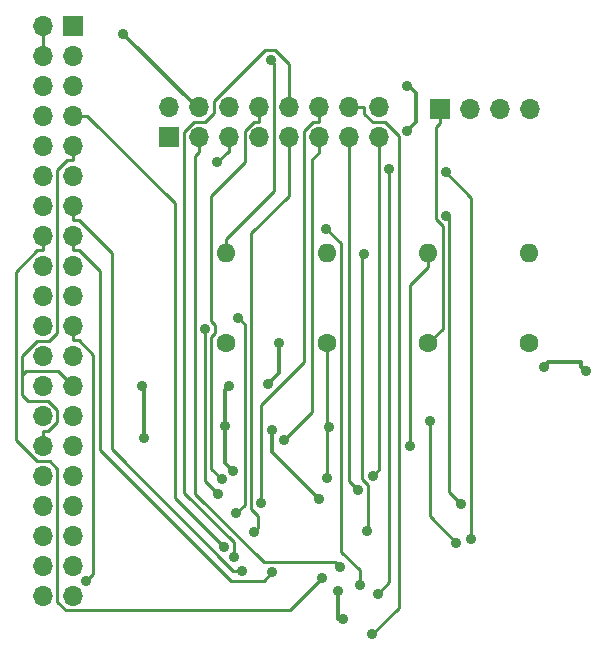
<source format=gtl>
G04 #@! TF.GenerationSoftware,KiCad,Pcbnew,9.0.0*
G04 #@! TF.CreationDate,2025-05-05T16:58:24-05:00*
G04 #@! TF.ProjectId,active3-rpi-hub75-adapter,61637469-7665-4332-9d72-70692d687562,rev?*
G04 #@! TF.SameCoordinates,Original*
G04 #@! TF.FileFunction,Copper,L1,Top*
G04 #@! TF.FilePolarity,Positive*
%FSLAX46Y46*%
G04 Gerber Fmt 4.6, Leading zero omitted, Abs format (unit mm)*
G04 Created by KiCad (PCBNEW 9.0.0) date 2025-05-05 16:58:24*
%MOMM*%
%LPD*%
G01*
G04 APERTURE LIST*
G04 #@! TA.AperFunction,ComponentPad*
%ADD10R,1.700000X1.700000*%
G04 #@! TD*
G04 #@! TA.AperFunction,ComponentPad*
%ADD11O,1.700000X1.700000*%
G04 #@! TD*
G04 #@! TA.AperFunction,ComponentPad*
%ADD12C,1.600000*%
G04 #@! TD*
G04 #@! TA.AperFunction,ComponentPad*
%ADD13O,1.600000X1.600000*%
G04 #@! TD*
G04 #@! TA.AperFunction,ViaPad*
%ADD14C,0.889000*%
G04 #@! TD*
G04 #@! TA.AperFunction,Conductor*
%ADD15C,0.254000*%
G04 #@! TD*
G04 #@! TA.AperFunction,Conductor*
%ADD16C,0.304800*%
G04 #@! TD*
G04 APERTURE END LIST*
D10*
X129750000Y-65930000D03*
D11*
X127210000Y-65930000D03*
X129750000Y-68470000D03*
X127210000Y-68470000D03*
X129750000Y-71010000D03*
X127210000Y-71010000D03*
X129750000Y-73550000D03*
X127210000Y-73550000D03*
X129750000Y-76090000D03*
X127210000Y-76090000D03*
X129750000Y-78630000D03*
X127210000Y-78630000D03*
X129750000Y-81170000D03*
X127210000Y-81170000D03*
X129750000Y-83710000D03*
X127210000Y-83710000D03*
X129750000Y-86250000D03*
X127210000Y-86250000D03*
X129750000Y-88790000D03*
X127210000Y-88790000D03*
X129750000Y-91330000D03*
X127210000Y-91330000D03*
X129750000Y-93870000D03*
X127210000Y-93870000D03*
X129750000Y-96410000D03*
X127210000Y-96410000D03*
X129750000Y-98950000D03*
X127210000Y-98950000D03*
X129750000Y-101490000D03*
X127210000Y-101490000D03*
X129750000Y-104030000D03*
X127210000Y-104030000D03*
X129750000Y-106570000D03*
X127210000Y-106570000D03*
X129750000Y-109110000D03*
X127210000Y-109110000D03*
X129750000Y-111650000D03*
X127210000Y-111650000D03*
X129750000Y-114190000D03*
X127210000Y-114190000D03*
D12*
X159833300Y-92810000D03*
D13*
X159833300Y-85190000D03*
D12*
X142700000Y-92810000D03*
D13*
X142700000Y-85190000D03*
D10*
X137900000Y-75390000D03*
D11*
X137900000Y-72850000D03*
X140440000Y-75390000D03*
X140440000Y-72850000D03*
X142980000Y-75390000D03*
X142980000Y-72850000D03*
X145520000Y-75390000D03*
X145520000Y-72850000D03*
X148060000Y-75390000D03*
X148060000Y-72850000D03*
X150600000Y-75390000D03*
X150600000Y-72850000D03*
X153140000Y-75390000D03*
X153140000Y-72850000D03*
X155680000Y-75390000D03*
X155680000Y-72850000D03*
D12*
X168400000Y-92810000D03*
D13*
X168400000Y-85190000D03*
D10*
X160850000Y-72950000D03*
D11*
X163390000Y-72950000D03*
X165930000Y-72950000D03*
X168470000Y-72950000D03*
D12*
X151266700Y-92810000D03*
D13*
X151266700Y-85190000D03*
D14*
X158330300Y-101487100D03*
X151473600Y-99871200D03*
X151282900Y-104261700D03*
X169600000Y-94800000D03*
X146264633Y-96264633D03*
X146600000Y-100190100D03*
X143000000Y-96400000D03*
X150600000Y-106000000D03*
X158000000Y-71000000D03*
X152200000Y-113800000D03*
X173200000Y-95200000D03*
X135600000Y-96400000D03*
X143271574Y-103625500D03*
X142600000Y-99800000D03*
X134000000Y-66600000D03*
X158036067Y-74829342D03*
X152600000Y-116200000D03*
X135800000Y-100800000D03*
X147200000Y-92800000D03*
X142536800Y-110087700D03*
X162228000Y-109704400D03*
X159982000Y-99420800D03*
X144082300Y-112120300D03*
X130883200Y-112920000D03*
X142046100Y-105580600D03*
X140950400Y-91604900D03*
X143743500Y-90639200D03*
X143600000Y-107200000D03*
X150812200Y-112709800D03*
X146646600Y-112190500D03*
X154028900Y-113316800D03*
X151214300Y-83107300D03*
X155548300Y-114045400D03*
X156532700Y-78034000D03*
X152343200Y-111720300D03*
X154410000Y-85282000D03*
X154679800Y-108672300D03*
X141984600Y-77494300D03*
X163489800Y-109401500D03*
X161326800Y-78343200D03*
X162600000Y-106400000D03*
X161375300Y-82032300D03*
X145048033Y-108751967D03*
X143363100Y-110919700D03*
X147596200Y-101015600D03*
X145696600Y-106360300D03*
X153906300Y-105236900D03*
X155107800Y-117440600D03*
X155134700Y-104033800D03*
X146492400Y-68843700D03*
X142373700Y-104332800D03*
D15*
X125789600Y-95178000D02*
X125467600Y-95500000D01*
X129750000Y-96410000D02*
X128518000Y-95178000D01*
X128518000Y-95178000D02*
X125789600Y-95178000D01*
X125467600Y-95500000D02*
X125467600Y-93869100D01*
X159833300Y-85190000D02*
X159833300Y-86372700D01*
X159833300Y-86372700D02*
X158330300Y-87875700D01*
X151473600Y-99871200D02*
X151282900Y-100061900D01*
X151473600Y-99871200D02*
X151266700Y-99664300D01*
X151282900Y-100061900D02*
X151282900Y-104261700D01*
X151266700Y-99664300D02*
X151266700Y-92810000D01*
X158330300Y-87875700D02*
X158330300Y-101487100D01*
X127210000Y-68470000D02*
X127210000Y-65930000D01*
D16*
X152200000Y-116200000D02*
X152600000Y-116200000D01*
X158800000Y-74065409D02*
X158800000Y-71600000D01*
X135600000Y-96400000D02*
X135800000Y-96600000D01*
X142600000Y-99800000D02*
X142600000Y-96800000D01*
X169600000Y-94800000D02*
X170000000Y-94400000D01*
X142600000Y-96800000D02*
X143000000Y-96400000D01*
X143271574Y-103625500D02*
X142600000Y-102953926D01*
X150600000Y-106000000D02*
X146600000Y-102000000D01*
X146600000Y-102000000D02*
X146600000Y-100190100D01*
X142600000Y-102953926D02*
X142600000Y-99800000D01*
X172800000Y-94400000D02*
X172800000Y-94800000D01*
X140440000Y-72850000D02*
X140250000Y-72850000D01*
X135800000Y-96600000D02*
X135800000Y-100800000D01*
X147200000Y-95329266D02*
X146264633Y-96264633D01*
X158036067Y-74829342D02*
X158800000Y-74065409D01*
X152200000Y-113800000D02*
X152200000Y-116200000D01*
X158800000Y-71600000D02*
X158200000Y-71000000D01*
X158200000Y-71000000D02*
X158000000Y-71000000D01*
X140250000Y-72850000D02*
X134000000Y-66600000D01*
X170000000Y-94400000D02*
X172800000Y-94400000D01*
X172800000Y-94800000D02*
X173200000Y-95200000D01*
X147200000Y-92800000D02*
X147200000Y-95329266D01*
D15*
X142536800Y-110087700D02*
X138367200Y-105918100D01*
X138367200Y-105918100D02*
X138367200Y-80934500D01*
X129750000Y-73550000D02*
X130982700Y-73550000D01*
X138367200Y-80934500D02*
X130982700Y-73550000D01*
X159982000Y-107458400D02*
X159982000Y-99420800D01*
X162228000Y-109704400D02*
X159982000Y-107458400D01*
X130269900Y-82402700D02*
X129750000Y-82402700D01*
X133076400Y-101802800D02*
X133076400Y-85209200D01*
X129750000Y-82402700D02*
X129750000Y-81170000D01*
X144082300Y-112120300D02*
X144031800Y-112069800D01*
X133076400Y-85209200D02*
X130269900Y-82402700D01*
X143343400Y-112069800D02*
X133076400Y-101802800D01*
X144031800Y-112069800D02*
X143343400Y-112069800D01*
X129750000Y-91330000D02*
X129750000Y-92562700D01*
X131492400Y-93794300D02*
X130260800Y-92562700D01*
X131492400Y-112310800D02*
X131492400Y-93794300D01*
X130260800Y-92562700D02*
X129750000Y-92562700D01*
X130883200Y-112920000D02*
X131492400Y-112310800D01*
X140950400Y-104484900D02*
X140950400Y-91604900D01*
X142046100Y-105580600D02*
X140950400Y-104484900D01*
X143600000Y-107200000D02*
X144307300Y-106492700D01*
X144307300Y-106492700D02*
X144307300Y-91203000D01*
X144307300Y-91203000D02*
X143743500Y-90639200D01*
X124929700Y-86760700D02*
X126747700Y-84942700D01*
X148099300Y-115422700D02*
X129155600Y-115422700D01*
X128444000Y-114711100D02*
X128444000Y-103418100D01*
X128444000Y-103418100D02*
X127783100Y-102757200D01*
X124929700Y-101005400D02*
X124929700Y-86760700D01*
X129155600Y-115422700D02*
X128444000Y-114711100D01*
X150812200Y-112709800D02*
X148099300Y-115422700D01*
X126681500Y-102757200D02*
X124929700Y-101005400D01*
X127210000Y-83710000D02*
X127210000Y-84942700D01*
X127783100Y-102757200D02*
X126681500Y-102757200D01*
X126747700Y-84942700D02*
X127210000Y-84942700D01*
X129750000Y-83710000D02*
X129750000Y-84942700D01*
X130260800Y-84942700D02*
X129750000Y-84942700D01*
X132050400Y-86732300D02*
X130260800Y-84942700D01*
X143138800Y-112945800D02*
X132050400Y-101857400D01*
X145891300Y-112945800D02*
X143138800Y-112945800D01*
X132050400Y-101857400D02*
X132050400Y-86732300D01*
X146646600Y-112190500D02*
X145891300Y-112945800D01*
X152470300Y-84363300D02*
X151214300Y-83107300D01*
X154028900Y-113316800D02*
X154028900Y-112008800D01*
X152470300Y-110450200D02*
X152470300Y-84363300D01*
X154028900Y-112008800D02*
X152470300Y-110450200D01*
X155548300Y-114045400D02*
X156532700Y-113061000D01*
X156532700Y-113061000D02*
X156532700Y-78034000D01*
X140440000Y-75390000D02*
X140440000Y-76622700D01*
X140123200Y-76939500D02*
X140123200Y-105548800D01*
X151986200Y-111363300D02*
X152343200Y-111720300D01*
X140123200Y-105548800D02*
X145937700Y-111363300D01*
X140440000Y-76622700D02*
X140123200Y-76939500D01*
X145937700Y-111363300D02*
X151986200Y-111363300D01*
X154734900Y-108617200D02*
X154679800Y-108672300D01*
X142980000Y-75390000D02*
X142980000Y-76622700D01*
X154410000Y-85282000D02*
X154223600Y-85468400D01*
X142856200Y-76622700D02*
X141984600Y-77494300D01*
X154223600Y-85468400D02*
X154223600Y-104292800D01*
X154223600Y-104292800D02*
X154734900Y-104804100D01*
X154734900Y-104804100D02*
X154734900Y-108617200D01*
X142980000Y-76622700D02*
X142856200Y-76622700D01*
X161326800Y-78343200D02*
X163489800Y-80506200D01*
X163489800Y-80506200D02*
X163489800Y-109401500D01*
X162600000Y-106400000D02*
X161571900Y-105371900D01*
X161571900Y-105371900D02*
X161571900Y-82228900D01*
X161571900Y-82228900D02*
X161375300Y-82032300D01*
X144869400Y-83514700D02*
X148060000Y-80324100D01*
X144869400Y-106856900D02*
X144869400Y-83514700D01*
X148060000Y-80324100D02*
X148060000Y-75390000D01*
X145048033Y-108751967D02*
X145410400Y-108389600D01*
X145410400Y-107397900D02*
X144869400Y-106856900D01*
X145410400Y-108389600D02*
X145410400Y-107397900D01*
X143368300Y-109631900D02*
X143368300Y-110914500D01*
X139196300Y-105459900D02*
X143368300Y-109631900D01*
X146849100Y-67989900D02*
X146011300Y-67989900D01*
X140963500Y-74082700D02*
X140003600Y-74082700D01*
X143368300Y-110914500D02*
X143363100Y-110919700D01*
X140003600Y-74082700D02*
X139196300Y-74890000D01*
X141710000Y-72291200D02*
X141710000Y-73336200D01*
X141710000Y-73336200D02*
X140963500Y-74082700D01*
X148060000Y-69200800D02*
X146849100Y-67989900D01*
X139196300Y-74890000D02*
X139196300Y-105459900D01*
X146011300Y-67989900D02*
X141710000Y-72291200D01*
X148060000Y-72850000D02*
X148060000Y-69200800D01*
X147596200Y-101015600D02*
X149961400Y-98650400D01*
X150600000Y-75390000D02*
X150600000Y-76622700D01*
X149961400Y-98650400D02*
X149961400Y-77261300D01*
X149961400Y-77261300D02*
X150600000Y-76622700D01*
X145696600Y-98000100D02*
X149337500Y-94359200D01*
X150089200Y-74082700D02*
X150600000Y-74082700D01*
X149337500Y-74834400D02*
X150089200Y-74082700D01*
X145696600Y-106360300D02*
X145696600Y-98000100D01*
X149337500Y-94359200D02*
X149337500Y-74834400D01*
X150600000Y-72850000D02*
X150600000Y-74082700D01*
X153140000Y-104470600D02*
X153140000Y-75390000D01*
X153906300Y-105236900D02*
X153140000Y-104470600D01*
X156176500Y-74120000D02*
X155131900Y-74120000D01*
X153140000Y-72850000D02*
X154372700Y-72850000D01*
X155131900Y-74120000D02*
X154372700Y-73360800D01*
X154372700Y-73360800D02*
X154372700Y-72850000D01*
X157361100Y-115187300D02*
X157361100Y-75304600D01*
X157361100Y-75304600D02*
X156176500Y-74120000D01*
X155107800Y-117440600D02*
X157361100Y-115187300D01*
X155680000Y-75390000D02*
X155680000Y-103488500D01*
X155680000Y-103488500D02*
X155134700Y-104033800D01*
X146790100Y-79917200D02*
X146790100Y-69141400D01*
X146790100Y-69141400D02*
X146492400Y-68843700D01*
X142700000Y-85190000D02*
X142700000Y-84007300D01*
X142700000Y-84007300D02*
X146790100Y-79917200D01*
X161052800Y-91590500D02*
X159833300Y-92810000D01*
X161052800Y-82879500D02*
X161052800Y-91590500D01*
X160850000Y-74182700D02*
X160499600Y-74533100D01*
X160499600Y-82326300D02*
X161052800Y-82879500D01*
X160850000Y-72950000D02*
X160850000Y-74182700D01*
X160499600Y-74533100D02*
X160499600Y-82326300D01*
X128442700Y-98439400D02*
X127677500Y-97674200D01*
X128442700Y-99460600D02*
X128442700Y-98439400D01*
X127646000Y-100257300D02*
X128442700Y-99460600D01*
X126699400Y-92637300D02*
X127720900Y-92637300D01*
X127210000Y-101490000D02*
X127210000Y-100257300D01*
X125467600Y-93869100D02*
X126699400Y-92637300D01*
X127720900Y-92637300D02*
X128442700Y-91915500D01*
X125965800Y-97674200D02*
X125467600Y-97176000D01*
X125467600Y-97176000D02*
X125467600Y-95500000D01*
X129750000Y-76090000D02*
X129750000Y-77322700D01*
X127677500Y-97674200D02*
X125965800Y-97674200D01*
X127210000Y-100257300D02*
X127646000Y-100257300D01*
X128442700Y-78119200D02*
X129239200Y-77322700D01*
X128442700Y-91915500D02*
X128442700Y-78119200D01*
X129239200Y-77322700D02*
X129750000Y-77322700D01*
X144287300Y-74853000D02*
X145057600Y-74082700D01*
X141777600Y-91947600D02*
X141777600Y-91262200D01*
X141460700Y-90945300D02*
X141460700Y-80327400D01*
X142373700Y-104332800D02*
X141460700Y-103419800D01*
X141460700Y-80327400D02*
X144287300Y-77500800D01*
X145057600Y-74082700D02*
X145520000Y-74082700D01*
X141777600Y-91262200D02*
X141460700Y-90945300D01*
X141460700Y-103419800D02*
X141460700Y-92264500D01*
X145520000Y-72850000D02*
X145520000Y-74082700D01*
X141460700Y-92264500D02*
X141777600Y-91947600D01*
X144287300Y-77500800D02*
X144287300Y-74853000D01*
M02*

</source>
